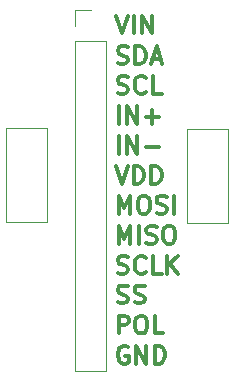
<source format=gbr>
%TF.GenerationSoftware,KiCad,Pcbnew,7.0.5*%
%TF.CreationDate,2023-07-03T18:18:52+02:00*%
%TF.ProjectId,connector,636f6e6e-6563-4746-9f72-2e6b69636164,rev?*%
%TF.SameCoordinates,Original*%
%TF.FileFunction,Legend,Top*%
%TF.FilePolarity,Positive*%
%FSLAX46Y46*%
G04 Gerber Fmt 4.6, Leading zero omitted, Abs format (unit mm)*
G04 Created by KiCad (PCBNEW 7.0.5) date 2023-07-03 18:18:52*
%MOMM*%
%LPD*%
G01*
G04 APERTURE LIST*
%ADD10C,0.300000*%
%ADD11C,0.120000*%
G04 APERTURE END LIST*
D10*
X59733082Y-55756900D02*
X59947368Y-55828328D01*
X59947368Y-55828328D02*
X60304510Y-55828328D01*
X60304510Y-55828328D02*
X60447368Y-55756900D01*
X60447368Y-55756900D02*
X60518796Y-55685471D01*
X60518796Y-55685471D02*
X60590225Y-55542614D01*
X60590225Y-55542614D02*
X60590225Y-55399757D01*
X60590225Y-55399757D02*
X60518796Y-55256900D01*
X60518796Y-55256900D02*
X60447368Y-55185471D01*
X60447368Y-55185471D02*
X60304510Y-55114042D01*
X60304510Y-55114042D02*
X60018796Y-55042614D01*
X60018796Y-55042614D02*
X59875939Y-54971185D01*
X59875939Y-54971185D02*
X59804510Y-54899757D01*
X59804510Y-54899757D02*
X59733082Y-54756900D01*
X59733082Y-54756900D02*
X59733082Y-54614042D01*
X59733082Y-54614042D02*
X59804510Y-54471185D01*
X59804510Y-54471185D02*
X59875939Y-54399757D01*
X59875939Y-54399757D02*
X60018796Y-54328328D01*
X60018796Y-54328328D02*
X60375939Y-54328328D01*
X60375939Y-54328328D02*
X60590225Y-54399757D01*
X62090224Y-55685471D02*
X62018796Y-55756900D01*
X62018796Y-55756900D02*
X61804510Y-55828328D01*
X61804510Y-55828328D02*
X61661653Y-55828328D01*
X61661653Y-55828328D02*
X61447367Y-55756900D01*
X61447367Y-55756900D02*
X61304510Y-55614042D01*
X61304510Y-55614042D02*
X61233081Y-55471185D01*
X61233081Y-55471185D02*
X61161653Y-55185471D01*
X61161653Y-55185471D02*
X61161653Y-54971185D01*
X61161653Y-54971185D02*
X61233081Y-54685471D01*
X61233081Y-54685471D02*
X61304510Y-54542614D01*
X61304510Y-54542614D02*
X61447367Y-54399757D01*
X61447367Y-54399757D02*
X61661653Y-54328328D01*
X61661653Y-54328328D02*
X61804510Y-54328328D01*
X61804510Y-54328328D02*
X62018796Y-54399757D01*
X62018796Y-54399757D02*
X62090224Y-54471185D01*
X63447367Y-55828328D02*
X62733081Y-55828328D01*
X62733081Y-55828328D02*
X62733081Y-54328328D01*
X63947367Y-55828328D02*
X63947367Y-54328328D01*
X64804510Y-55828328D02*
X64161653Y-54971185D01*
X64804510Y-54328328D02*
X63947367Y-55185471D01*
X59733082Y-40506900D02*
X59947368Y-40578328D01*
X59947368Y-40578328D02*
X60304510Y-40578328D01*
X60304510Y-40578328D02*
X60447368Y-40506900D01*
X60447368Y-40506900D02*
X60518796Y-40435471D01*
X60518796Y-40435471D02*
X60590225Y-40292614D01*
X60590225Y-40292614D02*
X60590225Y-40149757D01*
X60590225Y-40149757D02*
X60518796Y-40006900D01*
X60518796Y-40006900D02*
X60447368Y-39935471D01*
X60447368Y-39935471D02*
X60304510Y-39864042D01*
X60304510Y-39864042D02*
X60018796Y-39792614D01*
X60018796Y-39792614D02*
X59875939Y-39721185D01*
X59875939Y-39721185D02*
X59804510Y-39649757D01*
X59804510Y-39649757D02*
X59733082Y-39506900D01*
X59733082Y-39506900D02*
X59733082Y-39364042D01*
X59733082Y-39364042D02*
X59804510Y-39221185D01*
X59804510Y-39221185D02*
X59875939Y-39149757D01*
X59875939Y-39149757D02*
X60018796Y-39078328D01*
X60018796Y-39078328D02*
X60375939Y-39078328D01*
X60375939Y-39078328D02*
X60590225Y-39149757D01*
X62090224Y-40435471D02*
X62018796Y-40506900D01*
X62018796Y-40506900D02*
X61804510Y-40578328D01*
X61804510Y-40578328D02*
X61661653Y-40578328D01*
X61661653Y-40578328D02*
X61447367Y-40506900D01*
X61447367Y-40506900D02*
X61304510Y-40364042D01*
X61304510Y-40364042D02*
X61233081Y-40221185D01*
X61233081Y-40221185D02*
X61161653Y-39935471D01*
X61161653Y-39935471D02*
X61161653Y-39721185D01*
X61161653Y-39721185D02*
X61233081Y-39435471D01*
X61233081Y-39435471D02*
X61304510Y-39292614D01*
X61304510Y-39292614D02*
X61447367Y-39149757D01*
X61447367Y-39149757D02*
X61661653Y-39078328D01*
X61661653Y-39078328D02*
X61804510Y-39078328D01*
X61804510Y-39078328D02*
X62018796Y-39149757D01*
X62018796Y-39149757D02*
X62090224Y-39221185D01*
X63447367Y-40578328D02*
X62733081Y-40578328D01*
X62733081Y-40578328D02*
X62733081Y-39078328D01*
X59804510Y-43128328D02*
X59804510Y-41628328D01*
X60518796Y-43128328D02*
X60518796Y-41628328D01*
X60518796Y-41628328D02*
X61375939Y-43128328D01*
X61375939Y-43128328D02*
X61375939Y-41628328D01*
X62090225Y-42556900D02*
X63233083Y-42556900D01*
X62661654Y-43128328D02*
X62661654Y-41985471D01*
X59590225Y-46728328D02*
X60090225Y-48228328D01*
X60090225Y-48228328D02*
X60590225Y-46728328D01*
X61090224Y-48228328D02*
X61090224Y-46728328D01*
X61090224Y-46728328D02*
X61447367Y-46728328D01*
X61447367Y-46728328D02*
X61661653Y-46799757D01*
X61661653Y-46799757D02*
X61804510Y-46942614D01*
X61804510Y-46942614D02*
X61875939Y-47085471D01*
X61875939Y-47085471D02*
X61947367Y-47371185D01*
X61947367Y-47371185D02*
X61947367Y-47585471D01*
X61947367Y-47585471D02*
X61875939Y-47871185D01*
X61875939Y-47871185D02*
X61804510Y-48014042D01*
X61804510Y-48014042D02*
X61661653Y-48156900D01*
X61661653Y-48156900D02*
X61447367Y-48228328D01*
X61447367Y-48228328D02*
X61090224Y-48228328D01*
X62590224Y-48228328D02*
X62590224Y-46728328D01*
X62590224Y-46728328D02*
X62947367Y-46728328D01*
X62947367Y-46728328D02*
X63161653Y-46799757D01*
X63161653Y-46799757D02*
X63304510Y-46942614D01*
X63304510Y-46942614D02*
X63375939Y-47085471D01*
X63375939Y-47085471D02*
X63447367Y-47371185D01*
X63447367Y-47371185D02*
X63447367Y-47585471D01*
X63447367Y-47585471D02*
X63375939Y-47871185D01*
X63375939Y-47871185D02*
X63304510Y-48014042D01*
X63304510Y-48014042D02*
X63161653Y-48156900D01*
X63161653Y-48156900D02*
X62947367Y-48228328D01*
X62947367Y-48228328D02*
X62590224Y-48228328D01*
X59733082Y-38006900D02*
X59947368Y-38078328D01*
X59947368Y-38078328D02*
X60304510Y-38078328D01*
X60304510Y-38078328D02*
X60447368Y-38006900D01*
X60447368Y-38006900D02*
X60518796Y-37935471D01*
X60518796Y-37935471D02*
X60590225Y-37792614D01*
X60590225Y-37792614D02*
X60590225Y-37649757D01*
X60590225Y-37649757D02*
X60518796Y-37506900D01*
X60518796Y-37506900D02*
X60447368Y-37435471D01*
X60447368Y-37435471D02*
X60304510Y-37364042D01*
X60304510Y-37364042D02*
X60018796Y-37292614D01*
X60018796Y-37292614D02*
X59875939Y-37221185D01*
X59875939Y-37221185D02*
X59804510Y-37149757D01*
X59804510Y-37149757D02*
X59733082Y-37006900D01*
X59733082Y-37006900D02*
X59733082Y-36864042D01*
X59733082Y-36864042D02*
X59804510Y-36721185D01*
X59804510Y-36721185D02*
X59875939Y-36649757D01*
X59875939Y-36649757D02*
X60018796Y-36578328D01*
X60018796Y-36578328D02*
X60375939Y-36578328D01*
X60375939Y-36578328D02*
X60590225Y-36649757D01*
X61233081Y-38078328D02*
X61233081Y-36578328D01*
X61233081Y-36578328D02*
X61590224Y-36578328D01*
X61590224Y-36578328D02*
X61804510Y-36649757D01*
X61804510Y-36649757D02*
X61947367Y-36792614D01*
X61947367Y-36792614D02*
X62018796Y-36935471D01*
X62018796Y-36935471D02*
X62090224Y-37221185D01*
X62090224Y-37221185D02*
X62090224Y-37435471D01*
X62090224Y-37435471D02*
X62018796Y-37721185D01*
X62018796Y-37721185D02*
X61947367Y-37864042D01*
X61947367Y-37864042D02*
X61804510Y-38006900D01*
X61804510Y-38006900D02*
X61590224Y-38078328D01*
X61590224Y-38078328D02*
X61233081Y-38078328D01*
X62661653Y-37649757D02*
X63375939Y-37649757D01*
X62518796Y-38078328D02*
X63018796Y-36578328D01*
X63018796Y-36578328D02*
X63518796Y-38078328D01*
X59590225Y-33978328D02*
X60090225Y-35478328D01*
X60090225Y-35478328D02*
X60590225Y-33978328D01*
X61090224Y-35478328D02*
X61090224Y-33978328D01*
X61804510Y-35478328D02*
X61804510Y-33978328D01*
X61804510Y-33978328D02*
X62661653Y-35478328D01*
X62661653Y-35478328D02*
X62661653Y-33978328D01*
X59804510Y-60878328D02*
X59804510Y-59378328D01*
X59804510Y-59378328D02*
X60375939Y-59378328D01*
X60375939Y-59378328D02*
X60518796Y-59449757D01*
X60518796Y-59449757D02*
X60590225Y-59521185D01*
X60590225Y-59521185D02*
X60661653Y-59664042D01*
X60661653Y-59664042D02*
X60661653Y-59878328D01*
X60661653Y-59878328D02*
X60590225Y-60021185D01*
X60590225Y-60021185D02*
X60518796Y-60092614D01*
X60518796Y-60092614D02*
X60375939Y-60164042D01*
X60375939Y-60164042D02*
X59804510Y-60164042D01*
X61590225Y-59378328D02*
X61875939Y-59378328D01*
X61875939Y-59378328D02*
X62018796Y-59449757D01*
X62018796Y-59449757D02*
X62161653Y-59592614D01*
X62161653Y-59592614D02*
X62233082Y-59878328D01*
X62233082Y-59878328D02*
X62233082Y-60378328D01*
X62233082Y-60378328D02*
X62161653Y-60664042D01*
X62161653Y-60664042D02*
X62018796Y-60806900D01*
X62018796Y-60806900D02*
X61875939Y-60878328D01*
X61875939Y-60878328D02*
X61590225Y-60878328D01*
X61590225Y-60878328D02*
X61447368Y-60806900D01*
X61447368Y-60806900D02*
X61304510Y-60664042D01*
X61304510Y-60664042D02*
X61233082Y-60378328D01*
X61233082Y-60378328D02*
X61233082Y-59878328D01*
X61233082Y-59878328D02*
X61304510Y-59592614D01*
X61304510Y-59592614D02*
X61447368Y-59449757D01*
X61447368Y-59449757D02*
X61590225Y-59378328D01*
X63590225Y-60878328D02*
X62875939Y-60878328D01*
X62875939Y-60878328D02*
X62875939Y-59378328D01*
X59804510Y-50728328D02*
X59804510Y-49228328D01*
X59804510Y-49228328D02*
X60304510Y-50299757D01*
X60304510Y-50299757D02*
X60804510Y-49228328D01*
X60804510Y-49228328D02*
X60804510Y-50728328D01*
X61804511Y-49228328D02*
X62090225Y-49228328D01*
X62090225Y-49228328D02*
X62233082Y-49299757D01*
X62233082Y-49299757D02*
X62375939Y-49442614D01*
X62375939Y-49442614D02*
X62447368Y-49728328D01*
X62447368Y-49728328D02*
X62447368Y-50228328D01*
X62447368Y-50228328D02*
X62375939Y-50514042D01*
X62375939Y-50514042D02*
X62233082Y-50656900D01*
X62233082Y-50656900D02*
X62090225Y-50728328D01*
X62090225Y-50728328D02*
X61804511Y-50728328D01*
X61804511Y-50728328D02*
X61661654Y-50656900D01*
X61661654Y-50656900D02*
X61518796Y-50514042D01*
X61518796Y-50514042D02*
X61447368Y-50228328D01*
X61447368Y-50228328D02*
X61447368Y-49728328D01*
X61447368Y-49728328D02*
X61518796Y-49442614D01*
X61518796Y-49442614D02*
X61661654Y-49299757D01*
X61661654Y-49299757D02*
X61804511Y-49228328D01*
X63018797Y-50656900D02*
X63233083Y-50728328D01*
X63233083Y-50728328D02*
X63590225Y-50728328D01*
X63590225Y-50728328D02*
X63733083Y-50656900D01*
X63733083Y-50656900D02*
X63804511Y-50585471D01*
X63804511Y-50585471D02*
X63875940Y-50442614D01*
X63875940Y-50442614D02*
X63875940Y-50299757D01*
X63875940Y-50299757D02*
X63804511Y-50156900D01*
X63804511Y-50156900D02*
X63733083Y-50085471D01*
X63733083Y-50085471D02*
X63590225Y-50014042D01*
X63590225Y-50014042D02*
X63304511Y-49942614D01*
X63304511Y-49942614D02*
X63161654Y-49871185D01*
X63161654Y-49871185D02*
X63090225Y-49799757D01*
X63090225Y-49799757D02*
X63018797Y-49656900D01*
X63018797Y-49656900D02*
X63018797Y-49514042D01*
X63018797Y-49514042D02*
X63090225Y-49371185D01*
X63090225Y-49371185D02*
X63161654Y-49299757D01*
X63161654Y-49299757D02*
X63304511Y-49228328D01*
X63304511Y-49228328D02*
X63661654Y-49228328D01*
X63661654Y-49228328D02*
X63875940Y-49299757D01*
X64518796Y-50728328D02*
X64518796Y-49228328D01*
X59804510Y-45678328D02*
X59804510Y-44178328D01*
X60518796Y-45678328D02*
X60518796Y-44178328D01*
X60518796Y-44178328D02*
X61375939Y-45678328D01*
X61375939Y-45678328D02*
X61375939Y-44178328D01*
X62090225Y-45106900D02*
X63233083Y-45106900D01*
X59733082Y-58256900D02*
X59947368Y-58328328D01*
X59947368Y-58328328D02*
X60304510Y-58328328D01*
X60304510Y-58328328D02*
X60447368Y-58256900D01*
X60447368Y-58256900D02*
X60518796Y-58185471D01*
X60518796Y-58185471D02*
X60590225Y-58042614D01*
X60590225Y-58042614D02*
X60590225Y-57899757D01*
X60590225Y-57899757D02*
X60518796Y-57756900D01*
X60518796Y-57756900D02*
X60447368Y-57685471D01*
X60447368Y-57685471D02*
X60304510Y-57614042D01*
X60304510Y-57614042D02*
X60018796Y-57542614D01*
X60018796Y-57542614D02*
X59875939Y-57471185D01*
X59875939Y-57471185D02*
X59804510Y-57399757D01*
X59804510Y-57399757D02*
X59733082Y-57256900D01*
X59733082Y-57256900D02*
X59733082Y-57114042D01*
X59733082Y-57114042D02*
X59804510Y-56971185D01*
X59804510Y-56971185D02*
X59875939Y-56899757D01*
X59875939Y-56899757D02*
X60018796Y-56828328D01*
X60018796Y-56828328D02*
X60375939Y-56828328D01*
X60375939Y-56828328D02*
X60590225Y-56899757D01*
X61161653Y-58256900D02*
X61375939Y-58328328D01*
X61375939Y-58328328D02*
X61733081Y-58328328D01*
X61733081Y-58328328D02*
X61875939Y-58256900D01*
X61875939Y-58256900D02*
X61947367Y-58185471D01*
X61947367Y-58185471D02*
X62018796Y-58042614D01*
X62018796Y-58042614D02*
X62018796Y-57899757D01*
X62018796Y-57899757D02*
X61947367Y-57756900D01*
X61947367Y-57756900D02*
X61875939Y-57685471D01*
X61875939Y-57685471D02*
X61733081Y-57614042D01*
X61733081Y-57614042D02*
X61447367Y-57542614D01*
X61447367Y-57542614D02*
X61304510Y-57471185D01*
X61304510Y-57471185D02*
X61233081Y-57399757D01*
X61233081Y-57399757D02*
X61161653Y-57256900D01*
X61161653Y-57256900D02*
X61161653Y-57114042D01*
X61161653Y-57114042D02*
X61233081Y-56971185D01*
X61233081Y-56971185D02*
X61304510Y-56899757D01*
X61304510Y-56899757D02*
X61447367Y-56828328D01*
X61447367Y-56828328D02*
X61804510Y-56828328D01*
X61804510Y-56828328D02*
X62018796Y-56899757D01*
X60590225Y-61999757D02*
X60447368Y-61928328D01*
X60447368Y-61928328D02*
X60233082Y-61928328D01*
X60233082Y-61928328D02*
X60018796Y-61999757D01*
X60018796Y-61999757D02*
X59875939Y-62142614D01*
X59875939Y-62142614D02*
X59804510Y-62285471D01*
X59804510Y-62285471D02*
X59733082Y-62571185D01*
X59733082Y-62571185D02*
X59733082Y-62785471D01*
X59733082Y-62785471D02*
X59804510Y-63071185D01*
X59804510Y-63071185D02*
X59875939Y-63214042D01*
X59875939Y-63214042D02*
X60018796Y-63356900D01*
X60018796Y-63356900D02*
X60233082Y-63428328D01*
X60233082Y-63428328D02*
X60375939Y-63428328D01*
X60375939Y-63428328D02*
X60590225Y-63356900D01*
X60590225Y-63356900D02*
X60661653Y-63285471D01*
X60661653Y-63285471D02*
X60661653Y-62785471D01*
X60661653Y-62785471D02*
X60375939Y-62785471D01*
X61304510Y-63428328D02*
X61304510Y-61928328D01*
X61304510Y-61928328D02*
X62161653Y-63428328D01*
X62161653Y-63428328D02*
X62161653Y-61928328D01*
X62875939Y-63428328D02*
X62875939Y-61928328D01*
X62875939Y-61928328D02*
X63233082Y-61928328D01*
X63233082Y-61928328D02*
X63447368Y-61999757D01*
X63447368Y-61999757D02*
X63590225Y-62142614D01*
X63590225Y-62142614D02*
X63661654Y-62285471D01*
X63661654Y-62285471D02*
X63733082Y-62571185D01*
X63733082Y-62571185D02*
X63733082Y-62785471D01*
X63733082Y-62785471D02*
X63661654Y-63071185D01*
X63661654Y-63071185D02*
X63590225Y-63214042D01*
X63590225Y-63214042D02*
X63447368Y-63356900D01*
X63447368Y-63356900D02*
X63233082Y-63428328D01*
X63233082Y-63428328D02*
X62875939Y-63428328D01*
X59804510Y-53278328D02*
X59804510Y-51778328D01*
X59804510Y-51778328D02*
X60304510Y-52849757D01*
X60304510Y-52849757D02*
X60804510Y-51778328D01*
X60804510Y-51778328D02*
X60804510Y-53278328D01*
X61518796Y-53278328D02*
X61518796Y-51778328D01*
X62161654Y-53206900D02*
X62375940Y-53278328D01*
X62375940Y-53278328D02*
X62733082Y-53278328D01*
X62733082Y-53278328D02*
X62875940Y-53206900D01*
X62875940Y-53206900D02*
X62947368Y-53135471D01*
X62947368Y-53135471D02*
X63018797Y-52992614D01*
X63018797Y-52992614D02*
X63018797Y-52849757D01*
X63018797Y-52849757D02*
X62947368Y-52706900D01*
X62947368Y-52706900D02*
X62875940Y-52635471D01*
X62875940Y-52635471D02*
X62733082Y-52564042D01*
X62733082Y-52564042D02*
X62447368Y-52492614D01*
X62447368Y-52492614D02*
X62304511Y-52421185D01*
X62304511Y-52421185D02*
X62233082Y-52349757D01*
X62233082Y-52349757D02*
X62161654Y-52206900D01*
X62161654Y-52206900D02*
X62161654Y-52064042D01*
X62161654Y-52064042D02*
X62233082Y-51921185D01*
X62233082Y-51921185D02*
X62304511Y-51849757D01*
X62304511Y-51849757D02*
X62447368Y-51778328D01*
X62447368Y-51778328D02*
X62804511Y-51778328D01*
X62804511Y-51778328D02*
X63018797Y-51849757D01*
X63947368Y-51778328D02*
X64233082Y-51778328D01*
X64233082Y-51778328D02*
X64375939Y-51849757D01*
X64375939Y-51849757D02*
X64518796Y-51992614D01*
X64518796Y-51992614D02*
X64590225Y-52278328D01*
X64590225Y-52278328D02*
X64590225Y-52778328D01*
X64590225Y-52778328D02*
X64518796Y-53064042D01*
X64518796Y-53064042D02*
X64375939Y-53206900D01*
X64375939Y-53206900D02*
X64233082Y-53278328D01*
X64233082Y-53278328D02*
X63947368Y-53278328D01*
X63947368Y-53278328D02*
X63804511Y-53206900D01*
X63804511Y-53206900D02*
X63661653Y-53064042D01*
X63661653Y-53064042D02*
X63590225Y-52778328D01*
X63590225Y-52778328D02*
X63590225Y-52278328D01*
X63590225Y-52278328D02*
X63661653Y-51992614D01*
X63661653Y-51992614D02*
X63804511Y-51849757D01*
X63804511Y-51849757D02*
X63947368Y-51778328D01*
D11*
%TO.C,J3*%
X56120000Y-33480000D02*
X57450000Y-33480000D01*
X56120000Y-34810000D02*
X56120000Y-33480000D01*
X56120000Y-36080000D02*
X56120000Y-64080000D01*
X56120000Y-36080000D02*
X58780000Y-36080000D01*
X56120000Y-64080000D02*
X58780000Y-64080000D01*
X58780000Y-36080000D02*
X58780000Y-64080000D01*
%TO.C,J1*%
X69050000Y-51500000D02*
X65600000Y-51500000D01*
X65600000Y-51500000D02*
X65600000Y-43550000D01*
X65600000Y-43550000D02*
X69050000Y-43550000D01*
X69050000Y-43550000D02*
X69050000Y-51500000D01*
%TO.C,J2*%
X50300000Y-43500000D02*
X53750000Y-43500000D01*
X53750000Y-43500000D02*
X53750000Y-51450000D01*
X53750000Y-51450000D02*
X50300000Y-51450000D01*
X50300000Y-51450000D02*
X50300000Y-43500000D01*
%TD*%
M02*

</source>
